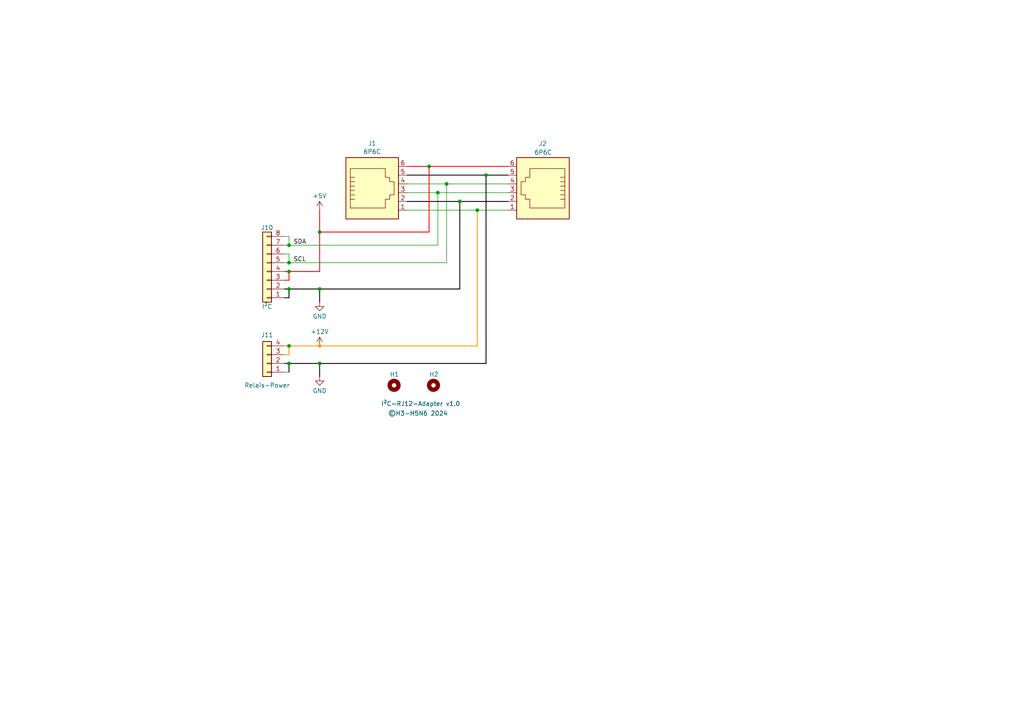
<source format=kicad_sch>
(kicad_sch (version 20231120) (generator "eeschema") (generator_version "8.0")
  (paper "A4")
  (title_block (rev "v1.0"))
  (lib_symbols
    (symbol "Connector:6P6C" (pin_names (offset 1.016))
      (property "Reference" "J" (at -5.08 11.43 0))
      (property "Value" "6P6C" (at 2.54 11.43 0))
      (symbol "6P6C_0_1"
        (polyline (pts (xy -6.35 -1.905) (xy -5.08 -1.905) (xy -5.08 -1.905)))
        (polyline (pts (xy -6.35 -0.635) (xy -5.08 -0.635) (xy -5.08 -0.635)))
        (polyline (pts (xy -6.35 0.635) (xy -5.08 0.635) (xy -5.08 0.635)))
        (polyline (pts (xy -6.35 1.905) (xy -5.08 1.905) (xy -5.08 1.905)))
        (polyline (pts (xy -6.35 3.175) (xy -5.08 3.175) (xy -5.08 3.175)))
        (polyline (pts (xy -5.08 4.445) (xy -6.35 4.445) (xy -6.35 4.445)))
        (polyline (pts (xy -6.35 -4.445) (xy -6.35 6.985) (xy 3.81 6.985) (xy 3.81 4.445) (xy 5.08 4.445) (xy 5.08 3.175) (xy 6.35 3.175) (xy 6.35 -0.635) (xy 5.08 -0.635) (xy 5.08 -1.905) (xy 3.81 -1.905) (xy 3.81 -4.445) (xy -6.35 -4.445) (xy -6.35 -4.445)))
        (rectangle (start 7.62 10.16) (end -7.62 -7.62) (stroke (width 0.254)) (fill (type background)))
      )
      (symbol "6P6C_1_1"
        (pin passive line (at 10.16 -5.08 180) (length 2.54) (name "~") (number "1"))
        (pin passive line (at 10.16 -2.54 180) (length 2.54) (name "~") (number "2"))
        (pin passive line (at 10.16 0 180) (length 2.54) (name "~") (number "3"))
        (pin passive line (at 10.16 2.54 180) (length 2.54) (name "~") (number "4"))
        (pin passive line (at 10.16 5.08 180) (length 2.54) (name "~") (number "5"))
        (pin passive line (at 10.16 7.62 180) (length 2.54) (name "~") (number "6"))
      )
    )
    (symbol "Connector_Generic:Conn_01x04" (pin_names (offset 1.016) hide)
      (property "Reference" "J" (at 0 5.08 0))
      (property "Value" "Conn_01x04" (at 0 -7.62 0))
      (symbol "Conn_01x04_1_1"
        (rectangle (start -1.27 -4.953) (end 0 -5.207) (stroke (width 0.1524)))
        (rectangle (start -1.27 -2.413) (end 0 -2.667) (stroke (width 0.1524)))
        (rectangle (start -1.27 0.127) (end 0 -0.127) (stroke (width 0.1524)))
        (rectangle (start -1.27 2.667) (end 0 2.413) (stroke (width 0.1524)))
        (rectangle (start -1.27 3.81) (end 1.27 -6.35) (stroke (width 0.254)) (fill (type background)))
        (pin passive line (at -5.08 2.54 0) (length 3.81) (name "Pin_1") (number "1"))
        (pin passive line (at -5.08 0 0) (length 3.81) (name "Pin_2") (number "2"))
        (pin passive line (at -5.08 -2.54 0) (length 3.81) (name "Pin_3") (number "3"))
        (pin passive line (at -5.08 -5.08 0) (length 3.81) (name "Pin_4") (number "4"))
      )
    )
    (symbol "Connector_Generic:Conn_01x08" (pin_names (offset 1.016) hide)
      (property "Reference" "J" (at 0 10.16 0))
      (property "Value" "Conn_01x08" (at 0 -12.7 0))
      (symbol "Conn_01x08_1_1"
        (rectangle (start -1.27 -10.033) (end 0 -10.287) (stroke (width 0.1524)))
        (rectangle (start -1.27 -7.493) (end 0 -7.747) (stroke (width 0.1524)))
        (rectangle (start -1.27 -4.953) (end 0 -5.207) (stroke (width 0.1524)))
        (rectangle (start -1.27 -2.413) (end 0 -2.667) (stroke (width 0.1524)))
        (rectangle (start -1.27 0.127) (end 0 -0.127) (stroke (width 0.1524)))
        (rectangle (start -1.27 2.667) (end 0 2.413) (stroke (width 0.1524)))
        (rectangle (start -1.27 5.207) (end 0 4.953) (stroke (width 0.1524)))
        (rectangle (start -1.27 7.747) (end 0 7.493) (stroke (width 0.1524)))
        (rectangle (start -1.27 8.89) (end 1.27 -11.43) (stroke (width 0.254)) (fill (type background)))
        (pin passive line (at -5.08 7.62 0) (length 3.81) (name "Pin_1") (number "1"))
        (pin passive line (at -5.08 5.08 0) (length 3.81) (name "Pin_2") (number "2"))
        (pin passive line (at -5.08 2.54 0) (length 3.81) (name "Pin_3") (number "3"))
        (pin passive line (at -5.08 0 0) (length 3.81) (name "Pin_4") (number "4"))
        (pin passive line (at -5.08 -2.54 0) (length 3.81) (name "Pin_5") (number "5"))
        (pin passive line (at -5.08 -5.08 0) (length 3.81) (name "Pin_6") (number "6"))
        (pin passive line (at -5.08 -7.62 0) (length 3.81) (name "Pin_7") (number "7"))
        (pin passive line (at -5.08 -10.16 0) (length 3.81) (name "Pin_8") (number "8"))
      )
    )
    (symbol "Mechanical:MountingHole" (pin_names (offset 1.016))
      (property "Reference" "H" (at 0 5.08 0))
      (property "Value" "MountingHole" (at 0 3.175 0))
      (symbol "MountingHole_0_1"
        (circle (center 0 0) (radius 1.27) (stroke (width 1.27)))
      )
    )
    (symbol "Text:MountingHole" (pin_names (offset 1.016))
      (property "Reference" "Tx" (at 0 5.08 0))
      (property "Value" "Text" (at 0 3.175 0))
    )
    (symbol "power:+12V" (power) (pin_names (offset 0))
      (property "Value" "+12V" (at 0 3.556 0))
      (symbol "+12V_0_1"
        (polyline (pts (xy -0.762 1.27) (xy 0 2.54)))
        (polyline (pts (xy 0 0) (xy 0 2.54)))
        (polyline (pts (xy 0 2.54) (xy 0.762 1.27)))
      )
      (symbol "+12V_1_1"
        (pin power_in line (at 0 0 90) (length 0) hide (name "+12V") (number "1"))
      )
    )
    (symbol "power:+5V" (power) (pin_names (offset 0))
      (property "Value" "+5V" (at 0 3.556 0))
      (symbol "+5V_0_1"
        (polyline (pts (xy -0.762 1.27) (xy 0 2.54)))
        (polyline (pts (xy 0 0) (xy 0 2.54)))
        (polyline (pts (xy 0 2.54) (xy 0.762 1.27)))
      )
      (symbol "+5V_1_1"
        (pin power_in line (at 0 0 90) (length 0) hide (name "+5V") (number "1"))
      )
    )
    (symbol "power:GND" (power) (pin_names (offset 0))
      (property "Value" "GND" (at 0 -3.81 0))
      (symbol "GND_0_1"
        (polyline (pts (xy 0 0) (xy 0 -1.27) (xy 1.27 -1.27) (xy 0 -2.54) (xy -1.27 -1.27) (xy 0 -1.27)))
      )
      (symbol "GND_1_1"
        (pin power_in line (at 0 0 270) (length 0) hide (name "GND") (number "1"))
      )
    )
  )
  (junction (at 138.43 60.96))
  (junction (at 83.82 83.82))
  (junction (at 127 55.88))
  (junction (at 83.82 100.33))
  (junction (at 92.71 83.82))
  (junction (at 83.82 78.74))
  (junction (at 83.82 76.2))
  (junction (at 140.97 50.8))
  (junction (at 129.54 53.34))
  (junction (at 124.46 48.26))
  (junction (at 92.71 67.31))
  (junction (at 83.82 71.12))
  (junction (at 83.82 105.41))
  (junction (at 133.35 58.42))
  (junction (at 92.71 105.41))
  (junction (at 92.71 100.33) (color 255 153 0 1))
  (wire (pts (xy 83.82 100.33) (xy 82.55 100.33)) (stroke (width 0.25) (color 255 153 0 1)))
  (wire (pts (xy 83.82 68.58) (xy 83.82 71.12)))
  (wire (pts (xy 83.82 86.36) (xy 82.55 86.36)) (stroke (width 0.25) (color 0 0 0 1)))
  (wire (pts (xy 82.55 76.2) (xy 83.82 76.2)))
  (wire (pts (xy 124.46 67.31) (xy 124.46 48.26)) (stroke (width 0.25) (color 255 0 0 1)))
  (wire (pts (xy 83.82 100.33) (xy 83.82 102.87)) (stroke (width 0.25) (color 255 153 0 1)))
  (wire (pts (xy 83.82 100.33) (xy 92.71 100.33)) (stroke (width 0.25) (color 255 153 0 1)))
  (wire (pts (xy 92.71 67.31) (xy 124.46 67.31)) (stroke (width 0.25) (color 255 0 0 1)))
  (wire (pts (xy 124.46 48.26) (xy 147.32 48.26)) (stroke (width 0.25) (color 255 0 0 1)))
  (wire (pts (xy 83.82 105.41) (xy 92.71 105.41)) (stroke (width 0.25) (color 0 0 0 1)))
  (wire (pts (xy 133.35 58.42) (xy 147.32 58.42)) (stroke (width 0.25) (color 0 0 0 1)))
  (wire (pts (xy 83.82 76.2) (xy 129.54 76.2)))
  (wire (pts (xy 83.82 107.95) (xy 83.82 105.41)) (stroke (width 0.25) (color 0 0 0 1)))
  (wire (pts (xy 83.82 102.87) (xy 82.55 102.87)) (stroke (width 0.25) (color 255 153 0 1)))
  (wire (pts (xy 83.82 81.28) (xy 82.55 81.28)) (stroke (width 0.25) (color 255 0 0 1)))
  (wire (pts (xy 83.82 105.41) (xy 82.55 105.41)) (stroke (width 0.25) (color 0 0 0 1)))
  (wire (pts (xy 138.43 100.33) (xy 138.43 60.96)) (stroke (width 0.25) (color 255 153 0 1)))
  (wire (pts (xy 92.71 67.31) (xy 92.71 78.74)) (stroke (width 0.25) (color 255 0 0 1)))
  (wire (pts (xy 83.82 78.74) (xy 82.55 78.74)) (stroke (width 0.25) (color 255 0 0 1)))
  (wire (pts (xy 83.82 86.36) (xy 83.82 83.82)) (stroke (width 0.25) (color 0 0 0 1)))
  (wire (pts (xy 127 55.88) (xy 147.32 55.88)))
  (wire (pts (xy 129.54 53.34) (xy 147.32 53.34)))
  (wire (pts (xy 83.82 68.58) (xy 82.55 68.58)))
  (wire (pts (xy 92.71 60.96) (xy 92.71 67.31)) (stroke (width 0.25) (color 255 0 0 1)))
  (wire (pts (xy 138.43 60.96) (xy 147.32 60.96)))
  (wire (pts (xy 92.71 100.33) (xy 138.43 100.33)) (stroke (width 0.25) (color 255 153 0 1)))
  (wire (pts (xy 140.97 50.8) (xy 140.97 105.41)) (stroke (width 0.25) (color 0 0 0 1)))
  (wire (pts (xy 118.11 60.96) (xy 138.43 60.96)))
  (wire (pts (xy 83.82 71.12) (xy 127 71.12)))
  (wire (pts (xy 92.71 105.41) (xy 92.71 109.22)) (stroke (width 0.25) (color 0 0 0 1)))
  (wire (pts (xy 83.82 107.95) (xy 82.55 107.95)))
  (wire (pts (xy 118.11 50.8) (xy 140.97 50.8)) (stroke (width 0.25) (color 0 0 0 1)))
  (wire (pts (xy 83.82 78.74) (xy 83.82 81.28)) (stroke (width 0.25) (color 255 0 0 1)))
  (wire (pts (xy 83.82 73.66) (xy 83.82 76.2)))
  (wire (pts (xy 83.82 78.74) (xy 92.71 78.74)) (stroke (width 0.25) (color 255 0 0 1)))
  (wire (pts (xy 118.11 58.42) (xy 133.35 58.42)) (stroke (width 0.25) (color 0 0 0 1)))
  (wire (pts (xy 133.35 58.42) (xy 133.35 83.82)) (stroke (width 0.25) (color 0 0 0 1)))
  (wire (pts (xy 129.54 76.2) (xy 129.54 53.34)))
  (wire (pts (xy 83.82 83.82) (xy 92.71 83.82)) (stroke (width 0.25) (color 0 0 0 1)))
  (wire (pts (xy 118.11 48.26) (xy 124.46 48.26)) (stroke (width 0.25) (color 255 0 0 1)))
  (wire (pts (xy 82.55 71.12) (xy 83.82 71.12)))
  (wire (pts (xy 92.71 83.82) (xy 92.71 87.63)) (stroke (width 0.25) (color 0 0 0 1)))
  (wire (pts (xy 118.11 55.88) (xy 127 55.88)))
  (wire (pts (xy 118.11 53.34) (xy 129.54 53.34)))
  (wire (pts (xy 92.71 105.41) (xy 140.97 105.41)) (stroke (width 0.25) (color 0 0 0 1)))
  (wire (pts (xy 83.82 73.66) (xy 82.55 73.66)))
  (wire (pts (xy 92.71 83.82) (xy 133.35 83.82)) (stroke (width 0.25) (color 0 0 0 1)))
  (wire (pts (xy 140.97 50.8) (xy 147.32 50.8)) (stroke (width 0.25) (color 0 0 0 1)))
  (wire (pts (xy 127 71.12) (xy 127 55.88)))
  (wire (pts (xy 83.82 83.82) (xy 82.55 83.82)) (stroke (width 0.25) (color 0 0 0 1)))
  (label "SDA" (at 85.09 71.12 0))
  (label "SCL" (at 85.09 76.2 0))
  (symbol (lib_id "Connector_Generic:Conn_01x04") (at 77.47 105.41 180) (unit 1)
    (property "Reference" "J11" (at 77.47 97.155 0))
    (property "Value" "Relais-Power" (at 77.47 111.76 0))
    (property "Footprint" "Connector_PinSocket_2.54mm:PinSocket_2x02_P2.54mm_Vertical" (effects (hide yes)))
  )
  (symbol (lib_id "Connector_Generic:Conn_01x08") (at 77.47 78.74 180) (unit 1)
    (property "Reference" "J10" (at 77.47 66.04 0))
    (property "Value" "I²C" (at 77.47 88.9 0))
    (property "Footprint" "Connector_PinSocket_2.54mm:PinSocket_2x04_P2.54mm_Vertical" (effects (hide yes)))
  )
  (symbol (lib_id "power:+5V") (at 92.71 60.96 0) (unit 1)
    (property "Reference" "#PWR01001" (effects (hide yes)))
    (property "Value" "+5V" (at 92.71 56.8269 0))
  )
  (symbol (lib_id "Connector:6P6C") (at 157.48 55.88 0) (mirror y) (unit 1)
    (property "Reference" "J2" (at 156.21 41.656 0) (effects (justify right)))
    (property "Value" "6P6C" (at 154.94 44.196 0) (effects (justify right)))
    (property "Footprint" "Wago:RJ12_Amphenol_54601_Light" (effects (hide yes)))
    (property "Description" "RJ connector, 6P6C (6 positions 6 connected), RJ12/RJ18/RJ25" (effects (hide yes)))
  )
  (symbol (lib_id "power:GND") (at 92.71 87.63 0) (unit 1)
    (property "Reference" "#PWR01002" (effects (hide yes)))
    (property "Value" "GND" (at 92.71 91.7631 0))
  )
  (symbol (lib_id "Text:MountingHole") (at 97.79 125.73 0) (unit 1)
    (property "Reference" "Tx2" (effects (hide yes)))
    (property "Value" "I²C-RJ12-Adapter ${REVISION}" (at 112.522 117.094 0) (effects (justify left)))
    (property "Footprint" "Text:Text" (effects (hide yes)))
    (property "Description" "Mounting Hole without connection" (effects (hide yes)))
  )
  (symbol (lib_id "Mechanical:MountingHole") (at 114.3 111.76 0) (unit 1)
    (property "Reference" "H1" (at 113.03 108.585 0) (effects (justify left)))
    (property "Value" "MountingHole" (effects (hide yes)))
    (property "Footprint" "MountingHole:MountingHole_3.2mm_M3" (effects (hide yes)))
  )
  (symbol (lib_id "Mechanical:MountingHole") (at 125.73 111.76 0) (unit 1)
    (property "Reference" "H2" (at 124.46 108.585 0) (effects (justify left)))
    (property "Value" "MountingHole" (effects (hide yes)))
    (property "Footprint" "MountingHole:MountingHole_3.2mm_M3" (effects (hide yes)))
  )
  (symbol (lib_id "Connector:6P6C") (at 107.95 55.88 0) (unit 1)
    (property "Reference" "J1" (at 107.95 41.5755 0))
    (property "Value" "6P6C" (at 107.95 43.9998 0))
    (property "Footprint" "Wago:RJ12_Amphenol_54601_Light" (effects (hide yes)))
    (property "Description" "RJ connector, 6P6C (6 positions 6 connected), RJ12/RJ18/RJ25" (effects (hide yes)))
  )
  (symbol (lib_id "power:GND") (at 92.71 109.22 0) (unit 1)
    (property "Reference" "#PWR01004" (effects (hide yes)))
    (property "Value" "GND" (at 92.71 113.3531 0))
  )
  (symbol (lib_id "Text:MountingHole") (at 97.79 120.65 0) (unit 1)
    (property "Reference" "Tx1" (effects (hide yes)))
    (property "Value" "©H3-H5N6 2024" (at 112.522 119.888 0) (effects (justify left)))
    (property "Footprint" "Text:Text" (effects (hide yes)))
    (property "Description" "Mounting Hole without connection" (effects (hide yes)))
  )
  (symbol (lib_id "power:+12V") (at 92.71 100.33 0) (unit 1)
    (property "Reference" "#PWR01003" (effects (hide yes)))
    (property "Value" "+12V" (at 92.71 96.1969 0))
  )
)
</source>
